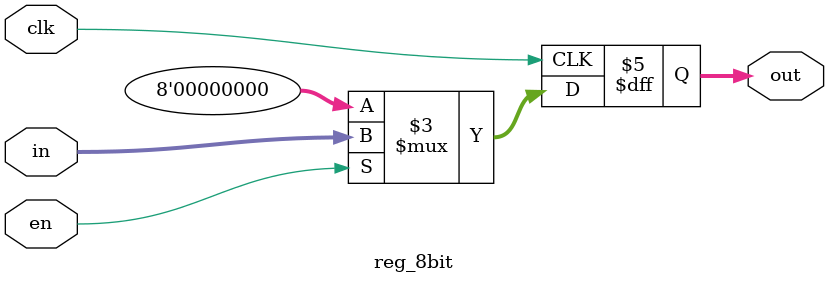
<source format=v>
module reg_8bit (input clk, input en, input [7:0] in, output reg [7:0] out);
  always @(posedge clk) begin

	if (en)begin
      out <= in;
  end else 
        out <= 0;
    end 
endmodule					   				  
</source>
